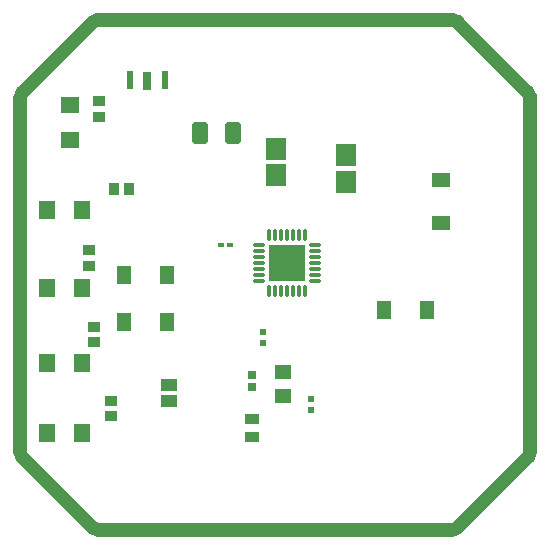
<source format=gtp>
G04*
G04 #@! TF.GenerationSoftware,Altium Limited,Altium Designer,22.6.1 (34)*
G04*
G04 Layer_Color=8421504*
%FSLAX44Y44*%
%MOMM*%
G71*
G04*
G04 #@! TF.SameCoordinates,3FC15ED1-56EA-4B36-BDB6-6E6CE890E9D8*
G04*
G04*
G04 #@! TF.FilePolarity,Positive*
G04*
G01*
G75*
%ADD15C,1.2000*%
%ADD16R,1.3000X0.9000*%
%ADD17R,1.5000X1.4000*%
%ADD18R,1.5240X1.5240*%
%ADD19R,1.4500X1.2000*%
%ADD20R,1.8062X1.8549*%
%ADD21R,0.5500X0.5500*%
%ADD22O,1.1500X0.3000*%
%ADD23R,0.5725X0.5682*%
%ADD24R,0.6500X0.6500*%
%ADD25R,0.6000X1.6000*%
%ADD26R,0.7000X1.5000*%
%ADD27R,1.0000X0.9000*%
%ADD28R,0.9000X1.0000*%
%ADD29R,3.1500X3.1500*%
%ADD30O,0.3000X1.1500*%
%ADD31R,1.4000X1.5000*%
%ADD32R,0.5000X0.4500*%
%ADD33R,1.2000X1.6000*%
G04:AMPARAMS|DCode=34|XSize=1.8mm|YSize=1.3mm|CornerRadius=0.13mm|HoleSize=0mm|Usage=FLASHONLY|Rotation=270.000|XOffset=0mm|YOffset=0mm|HoleType=Round|Shape=RoundedRectangle|*
%AMROUNDEDRECTD34*
21,1,1.8000,1.0400,0,0,270.0*
21,1,1.5400,1.3000,0,0,270.0*
1,1,0.2600,-0.5200,-0.7700*
1,1,0.2600,-0.5200,0.7700*
1,1,0.2600,0.5200,0.7700*
1,1,0.2600,0.5200,-0.7700*
%
%ADD34ROUNDEDRECTD34*%
%ADD35R,1.6000X1.2000*%
%ADD36R,1.3500X1.1000*%
D15*
X976000Y1040000D02*
G03*
X974243Y1044243I-6000J0D01*
G01*
X976000Y1040000D02*
G03*
X974243Y1044243I-6000J0D01*
G01*
X914243Y1104243D02*
G03*
X910000Y1106000I-4243J-4243D01*
G01*
X914243Y1104243D02*
G03*
X910000Y1106000I-4243J-4243D01*
G01*
X974243Y735757D02*
G03*
X976000Y740000I-4243J4243D01*
G01*
X974243Y735757D02*
G03*
X976000Y740000I-4243J4243D01*
G01*
X910000Y674000D02*
G03*
X914243Y675757I0J6000D01*
G01*
X910000Y674000D02*
G03*
X914243Y675757I0J6000D01*
G01*
X610000Y1106000D02*
G03*
X605757Y1104243I0J-6000D01*
G01*
X610000Y1106000D02*
G03*
X605757Y1104243I0J-6000D01*
G01*
X545757Y1044243D02*
G03*
X544000Y1040000I4243J-4243D01*
G01*
X545757Y1044243D02*
G03*
X544000Y1040000I4243J-4243D01*
G01*
X605757Y675757D02*
G03*
X610000Y674000I4243J4243D01*
G01*
X544000Y740000D02*
G03*
X545757Y735757I6000J0D01*
G01*
X544000Y740000D02*
G03*
X545757Y735757I6000J0D01*
G01*
X605757Y675757D02*
G03*
X610000Y674000I4243J4243D01*
G01*
X910000D01*
X545757Y735757D02*
X605757Y675757D01*
X544000Y740000D02*
Y1040000D01*
X914243Y1104243D02*
X974243Y1044243D01*
X976000Y740000D02*
Y1040000D01*
X914243Y675757D02*
X974243Y735757D01*
X610000Y1106000D02*
X910000D01*
X545757Y1044243D02*
X605757Y1104243D01*
D16*
X740000Y767750D02*
D03*
Y752250D02*
D03*
D17*
X586232Y1004048D02*
D03*
Y1034048D02*
D03*
D18*
X760476Y995680D02*
D03*
X760222Y975360D02*
D03*
X819912Y969264D02*
D03*
X820166Y989584D02*
D03*
D19*
X766572Y787560D02*
D03*
Y807560D02*
D03*
D20*
X760222Y974183D02*
D03*
Y996696D02*
D03*
X820000Y968744D02*
D03*
Y991256D02*
D03*
D21*
X789940Y784788D02*
D03*
Y775788D02*
D03*
D22*
X794000Y895000D02*
D03*
Y915000D02*
D03*
Y910000D02*
D03*
Y905000D02*
D03*
Y900000D02*
D03*
Y890000D02*
D03*
Y885000D02*
D03*
X746000D02*
D03*
Y890000D02*
D03*
Y895000D02*
D03*
Y900000D02*
D03*
Y905000D02*
D03*
Y910000D02*
D03*
Y915000D02*
D03*
D23*
X749554Y832154D02*
D03*
Y841198D02*
D03*
D24*
X740000Y805000D02*
D03*
Y795000D02*
D03*
D25*
X636764Y1054618D02*
D03*
X666764D02*
D03*
D26*
X651764Y1054118D02*
D03*
D27*
X620776Y769978D02*
D03*
Y782978D02*
D03*
X606552Y832970D02*
D03*
Y845970D02*
D03*
X602234Y897486D02*
D03*
Y910486D02*
D03*
X611124Y1036724D02*
D03*
Y1023724D02*
D03*
D28*
X622992Y962914D02*
D03*
X635992D02*
D03*
D29*
X770000Y900000D02*
D03*
D30*
X755000Y924000D02*
D03*
X760000D02*
D03*
X765000D02*
D03*
X770000D02*
D03*
X775000D02*
D03*
X780000D02*
D03*
X785000D02*
D03*
Y876000D02*
D03*
X780000D02*
D03*
X775000D02*
D03*
X770000D02*
D03*
X765000D02*
D03*
X760000D02*
D03*
X755000D02*
D03*
D31*
X596660Y756158D02*
D03*
X566660D02*
D03*
X596660Y944880D02*
D03*
X566660D02*
D03*
X596406Y815086D02*
D03*
X566406D02*
D03*
X596660Y878840D02*
D03*
X566660D02*
D03*
D32*
X713800Y915162D02*
D03*
X721300D02*
D03*
D33*
X632000Y850000D02*
D03*
X668000D02*
D03*
Y890000D02*
D03*
X632000D02*
D03*
X888000Y860000D02*
D03*
X852000D02*
D03*
D34*
X696000Y1010000D02*
D03*
X724000D02*
D03*
D35*
X900000Y934000D02*
D03*
Y970000D02*
D03*
D36*
X670000Y797000D02*
D03*
Y783000D02*
D03*
M02*

</source>
